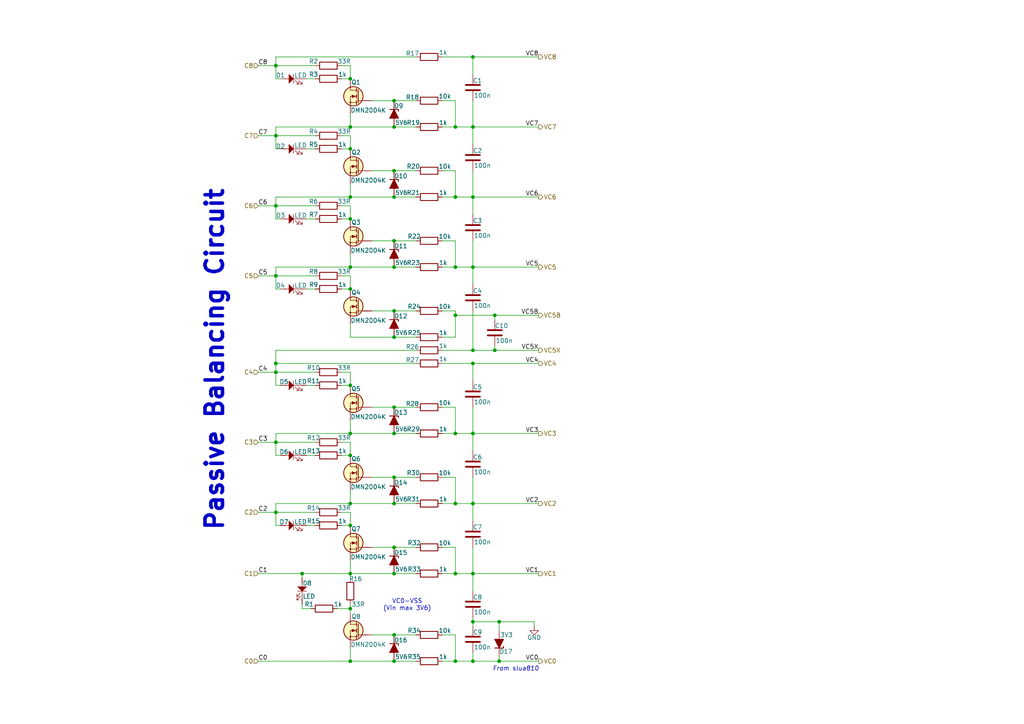
<source format=kicad_sch>
(kicad_sch (version 20250114) (generator "eeschema") (generator_version "9.0")
  (paper "A4")
  (lib_symbols
    (symbol "Device:C" (pin_numbers (hide yes)) (pin_names (offset 0.254))
      (property "Reference" "C" (at 0.635 2.54 0))
      (property "Value" "C" (at 0.635 -2.54 0))
      (symbol "C_0_1"
        (polyline (pts (xy -2.032 0.762) (xy 2.032 0.762)) (stroke (width 0.508)))
        (polyline (pts (xy -2.032 -0.762) (xy 2.032 -0.762)) (stroke (width 0.508)))
      )
      (symbol "C_1_1"
        (pin passive line (at 0 3.81 270) (length 2.794) (name "~") (number "1"))
        (pin passive line (at 0 -3.81 90) (length 2.794) (name "~") (number "2"))
      )
    )
    (symbol "Device:D_Zener_Filled" (pin_numbers (hide yes)) (pin_names (offset 1.016) (hide yes))
      (property "Reference" "D" (at 0 2.54 0))
      (property "Value" "D_Zener_Filled" (at 0 -2.54 0))
      (symbol "D_Zener_Filled_0_1"
        (polyline (pts (xy -1.27 -1.27) (xy -1.27 1.27) (xy -0.762 1.27)) (stroke (width 0.254)))
        (polyline (pts (xy 1.27 0) (xy -1.27 0)))
        (polyline (pts (xy 1.27 -1.27) (xy 1.27 1.27) (xy -1.27 0) (xy 1.27 -1.27)) (stroke (width 0.254)) (fill (type outline)))
      )
      (symbol "D_Zener_Filled_1_1"
        (pin passive line (at -3.81 0 0) (length 2.54) (name "K") (number "1"))
        (pin passive line (at 3.81 0 180) (length 2.54) (name "A") (number "2"))
      )
    )
    (symbol "Device:R" (pin_numbers (hide yes)) (pin_names (offset 0))
      (property "Reference" "R" (at 2.032 0 90))
      (property "Value" "R" (at 0 0 90))
      (symbol "R_0_1"
        (rectangle (start -1.016 -2.54) (end 1.016 2.54) (stroke (width 0.254)))
      )
      (symbol "R_1_1"
        (pin passive line (at 0 3.81 270) (length 1.27) (name "~") (number "1"))
        (pin passive line (at 0 -3.81 90) (length 1.27) (name "~") (number "2"))
      )
    )
    (symbol "PCM_SL_Devices:LED"
      (property "Reference" "D" (at -0.508 5.334 0))
      (property "Value" "LED" (at -0.508 2.794 0))
      (symbol "LED_0_1"
        (polyline (pts (xy -1.27 0) (xy -2.54 0)))
        (polyline (pts (xy 0 1.27) (xy 0 -1.27)))
        (polyline (pts (xy 0 0) (xy -1.27 -1.27) (xy -1.27 1.27) (xy 0 0) (xy 1.27 0)) (fill (type outline)))
        (polyline (pts (xy 0.508 0.508) (xy 1.524 1.524)))
        (polyline (pts (xy 1.27 0) (xy 2.54 0)))
        (polyline (pts (xy 1.524 1.524) (xy 0.889 1.524)))
        (polyline (pts (xy 1.524 1.524) (xy 1.524 0.889)))
        (polyline (pts (xy 1.524 0.508) (xy 2.54 1.524)))
        (polyline (pts (xy 2.54 1.524) (xy 1.905 1.524)))
        (polyline (pts (xy 2.54 1.524) (xy 2.54 0.889)))
      )
      (symbol "LED_1_1"
        (pin passive line (at -3.81 0 0) (length 1.5) (name "") (number "2"))
        (pin passive line (at 3.81 0 180) (length 1.5) (name "~") (number "1"))
      )
    )
    (symbol "PCM_Transistor_MOSFET_AKL:DMN2004K" (pin_numbers (hide yes)) (pin_names (hide yes))
      (property "Reference" "Q" (at 5.08 1.27 0))
      (property "Value" "DMN2004K" (at 5.08 -1.27 0))
      (symbol "DMN2004K_0_1"
        (polyline (pts (xy 0.254 1.905) (xy 0.254 -1.905)) (stroke (width 0.254)))
        (polyline (pts (xy 0.254 -1.27) (xy -2.54 -1.27)))
        (polyline (pts (xy 0.762 2.286) (xy 0.762 1.27)) (stroke (width 0.254)))
        (polyline (pts (xy 0.762 0.508) (xy 0.762 -0.508)) (stroke (width 0.254)))
        (polyline (pts (xy 0.762 -1.27) (xy 0.762 -2.286)) (stroke (width 0.254)))
        (polyline (pts (xy 0.762 -1.778) (xy 2.54 -1.778)))
        (polyline (pts (xy 1.016 0) (xy 2.032 0.381) (xy 2.032 -0.381) (xy 1.016 0)) (fill (type outline)))
        (circle (center 1.651 0) (radius 2.794) (stroke (width 0.254)) (fill (type background)))
        (polyline (pts (xy 2.54 2.54) (xy 2.54 1.778)))
        (polyline (pts (xy 2.54 1.778) (xy 0.762 1.778)))
        (circle (center 2.54 -1.778) (radius 0.1778) (fill (type outline)))
        (polyline (pts (xy 2.54 -2.54) (xy 2.54 0) (xy 0.762 0)))
      )
      (symbol "DMN2004K_1_1"
        (pin input line (at -3.81 -1.27 0) (length 2.54) (name "G") (number "1"))
        (pin passive line (at 2.54 5.08 270) (length 2.54) (name "D") (number "3"))
        (pin passive line (at 2.54 -5.08 90) (length 2.54) (name "S") (number "2"))
      )
    )
    (symbol "power:GND" (power) (pin_numbers (hide yes)) (pin_names (offset 0) (hide yes))
      (property "Value" "GND" (at 0 -3.81 0))
      (symbol "GND_0_1"
        (polyline (pts (xy 0 0) (xy 0 -1.27) (xy 1.27 -1.27) (xy 0 -2.54) (xy -1.27 -1.27) (xy 0 -1.27)))
      )
      (symbol "GND_1_1"
        (pin power_in line (at 0 0 270) (length 0) (name "~") (number "1"))
      )
    )
  )
  (text "Passive Balancing Circuit" (at 62.23 104.394 90) (effects (font (size 5.08 5.08) (thickness 1.016) (bold yes))))
  (text "From slua810" (at 149.606 194.056 0) (effects (font (size 1.27 1.27) (italic yes))))
  (text "VC0-VSS\n(Vin max 3V6)" (at 118.11 175.514 0) (effects (font (size 1.27 1.27))))
  (junction (at 132.08 125.73))
  (junction (at 80.01 39.37))
  (junction (at 101.6 43.18))
  (junction (at 114.3 138.43))
  (junction (at 101.6 146.05))
  (junction (at 132.08 91.44))
  (junction (at 114.3 49.53))
  (junction (at 132.08 146.05))
  (junction (at 144.78 180.34))
  (junction (at 114.3 69.85))
  (junction (at 80.01 19.05))
  (junction (at 137.16 77.47))
  (junction (at 114.3 90.17))
  (junction (at 114.3 166.37))
  (junction (at 132.08 77.47))
  (junction (at 101.6 57.15))
  (junction (at 137.16 16.51))
  (junction (at 114.3 97.79))
  (junction (at 132.08 166.37))
  (junction (at 114.3 184.15))
  (junction (at 114.3 125.73))
  (junction (at 143.51 91.44))
  (junction (at 114.3 146.05))
  (junction (at 87.63 166.37))
  (junction (at 114.3 77.47))
  (junction (at 114.3 158.75))
  (junction (at 132.08 36.83))
  (junction (at 137.16 191.77))
  (junction (at 101.6 191.77))
  (junction (at 137.16 105.41))
  (junction (at 80.01 107.95))
  (junction (at 137.16 180.34))
  (junction (at 114.3 191.77))
  (junction (at 137.16 166.37))
  (junction (at 114.3 29.21))
  (junction (at 114.3 57.15))
  (junction (at 101.6 152.4))
  (junction (at 80.01 80.01))
  (junction (at 144.78 191.77))
  (junction (at 80.01 59.69))
  (junction (at 137.16 125.73))
  (junction (at 132.08 191.77))
  (junction (at 114.3 36.83))
  (junction (at 101.6 63.5))
  (junction (at 80.01 148.59))
  (junction (at 137.16 101.6))
  (junction (at 101.6 166.37))
  (junction (at 101.6 22.86))
  (junction (at 101.6 36.83))
  (junction (at 101.6 77.47))
  (junction (at 101.6 111.76))
  (junction (at 101.6 83.82))
  (junction (at 101.6 125.73))
  (junction (at 143.51 101.6))
  (junction (at 101.6 132.08))
  (junction (at 114.3 118.11))
  (junction (at 80.01 105.41))
  (junction (at 132.08 57.15))
  (junction (at 137.16 57.15))
  (junction (at 101.6 176.53))
  (junction (at 137.16 146.05))
  (junction (at 137.16 36.83))
  (junction (at 80.01 128.27))
  (wire (pts (xy 107.95 138.43) (xy 114.3 138.43)))
  (wire (pts (xy 128.27 184.15) (xy 132.08 184.15)))
  (wire (pts (xy 88.9 22.86) (xy 91.44 22.86)))
  (wire (pts (xy 128.27 138.43) (xy 132.08 138.43)))
  (wire (pts (xy 80.01 105.41) (xy 120.65 105.41)))
  (wire (pts (xy 80.01 152.4) (xy 80.01 148.59)))
  (wire (pts (xy 114.3 146.05) (xy 120.65 146.05)))
  (wire (pts (xy 107.95 184.15) (xy 114.3 184.15)))
  (wire (pts (xy 144.78 180.34) (xy 154.94 180.34)))
  (wire (pts (xy 137.16 171.45) (xy 137.16 166.37)))
  (wire (pts (xy 132.08 166.37) (xy 137.16 166.37)))
  (wire (pts (xy 128.27 105.41) (xy 137.16 105.41)))
  (wire (pts (xy 81.28 152.4) (xy 80.01 152.4)))
  (wire (pts (xy 101.6 125.73) (xy 114.3 125.73)))
  (wire (pts (xy 132.08 77.47) (xy 137.16 77.47)))
  (wire (pts (xy 132.08 36.83) (xy 137.16 36.83)))
  (wire (pts (xy 101.6 187.96) (xy 101.6 191.77)))
  (wire (pts (xy 101.6 93.98) (xy 101.6 97.79)))
  (wire (pts (xy 101.6 53.34) (xy 101.6 57.15)))
  (wire (pts (xy 87.63 166.37) (xy 101.6 166.37)))
  (wire (pts (xy 132.08 125.73) (xy 137.16 125.73)))
  (wire (pts (xy 128.27 101.6) (xy 137.16 101.6)))
  (wire (pts (xy 137.16 158.75) (xy 137.16 166.37)))
  (wire (pts (xy 80.01 77.47) (xy 80.01 80.01)))
  (wire (pts (xy 101.6 166.37) (xy 114.3 166.37)))
  (wire (pts (xy 137.16 21.59) (xy 137.16 16.51)))
  (wire (pts (xy 107.95 118.11) (xy 114.3 118.11)))
  (wire (pts (xy 101.6 57.15) (xy 80.01 57.15)))
  (wire (pts (xy 114.3 69.85) (xy 120.65 69.85)))
  (wire (pts (xy 107.95 49.53) (xy 114.3 49.53)))
  (wire (pts (xy 99.06 39.37) (xy 101.6 39.37)))
  (wire (pts (xy 128.27 49.53) (xy 132.08 49.53)))
  (wire (pts (xy 114.3 166.37) (xy 120.65 166.37)))
  (wire (pts (xy 143.51 91.44) (xy 156.21 91.44)))
  (wire (pts (xy 143.51 101.6) (xy 156.21 101.6)))
  (wire (pts (xy 80.01 19.05) (xy 91.44 19.05)))
  (wire (pts (xy 137.16 191.77) (xy 137.16 189.23)))
  (wire (pts (xy 114.3 97.79) (xy 120.65 97.79)))
  (wire (pts (xy 154.94 180.34) (xy 154.94 181.61)))
  (wire (pts (xy 137.16 62.23) (xy 137.16 57.15)))
  (wire (pts (xy 137.16 90.17) (xy 137.16 101.6)))
  (wire (pts (xy 99.06 111.76) (xy 101.6 111.76)))
  (wire (pts (xy 101.6 191.77) (xy 114.3 191.77)))
  (wire (pts (xy 80.01 77.47) (xy 101.6 77.47)))
  (wire (pts (xy 80.01 43.18) (xy 80.01 39.37)))
  (wire (pts (xy 87.63 176.53) (xy 90.17 176.53)))
  (wire (pts (xy 128.27 16.51) (xy 137.16 16.51)))
  (wire (pts (xy 128.27 57.15) (xy 132.08 57.15)))
  (wire (pts (xy 137.16 180.34) (xy 144.78 180.34)))
  (wire (pts (xy 101.6 142.24) (xy 101.6 146.05)))
  (wire (pts (xy 80.01 107.95) (xy 91.44 107.95)))
  (wire (pts (xy 88.9 63.5) (xy 91.44 63.5)))
  (wire (pts (xy 137.16 101.6) (xy 143.51 101.6)))
  (wire (pts (xy 99.06 59.69) (xy 101.6 59.69)))
  (wire (pts (xy 74.93 191.77) (xy 101.6 191.77)))
  (wire (pts (xy 81.28 43.18) (xy 80.01 43.18)))
  (wire (pts (xy 132.08 158.75) (xy 132.08 166.37)))
  (wire (pts (xy 128.27 77.47) (xy 132.08 77.47)))
  (wire (pts (xy 99.06 80.01) (xy 101.6 80.01)))
  (wire (pts (xy 101.6 162.56) (xy 101.6 166.37)))
  (wire (pts (xy 101.6 148.59) (xy 101.6 152.4)))
  (wire (pts (xy 132.08 91.44) (xy 132.08 97.79)))
  (wire (pts (xy 114.3 158.75) (xy 120.65 158.75)))
  (wire (pts (xy 101.6 125.73) (xy 80.01 125.73)))
  (wire (pts (xy 107.95 69.85) (xy 114.3 69.85)))
  (wire (pts (xy 101.6 39.37) (xy 101.6 43.18)))
  (wire (pts (xy 114.3 118.11) (xy 120.65 118.11)))
  (wire (pts (xy 137.16 105.41) (xy 137.16 110.49)))
  (wire (pts (xy 128.27 90.17) (xy 132.08 90.17)))
  (wire (pts (xy 144.78 180.34) (xy 144.78 182.88)))
  (wire (pts (xy 137.16 36.83) (xy 156.21 36.83)))
  (wire (pts (xy 137.16 125.73) (xy 156.21 125.73)))
  (wire (pts (xy 137.16 138.43) (xy 137.16 146.05)))
  (wire (pts (xy 99.06 22.86) (xy 101.6 22.86)))
  (wire (pts (xy 101.6 176.53) (xy 101.6 177.8)))
  (wire (pts (xy 137.16 151.13) (xy 137.16 146.05)))
  (wire (pts (xy 128.27 118.11) (xy 132.08 118.11)))
  (wire (pts (xy 74.93 148.59) (xy 80.01 148.59)))
  (wire (pts (xy 128.27 158.75) (xy 132.08 158.75)))
  (wire (pts (xy 137.16 36.83) (xy 137.16 41.91)))
  (wire (pts (xy 87.63 175.26) (xy 87.63 176.53)))
  (wire (pts (xy 97.79 176.53) (xy 101.6 176.53)))
  (wire (pts (xy 80.01 80.01) (xy 91.44 80.01)))
  (wire (pts (xy 101.6 121.92) (xy 101.6 125.73)))
  (wire (pts (xy 114.3 125.73) (xy 120.65 125.73)))
  (wire (pts (xy 128.27 69.85) (xy 132.08 69.85)))
  (wire (pts (xy 87.63 166.37) (xy 87.63 167.64)))
  (wire (pts (xy 114.3 49.53) (xy 120.65 49.53)))
  (wire (pts (xy 81.28 132.08) (xy 80.01 132.08)))
  (wire (pts (xy 143.51 100.33) (xy 143.51 101.6)))
  (wire (pts (xy 99.06 83.82) (xy 101.6 83.82)))
  (wire (pts (xy 137.16 82.55) (xy 137.16 77.47)))
  (wire (pts (xy 101.6 19.05) (xy 101.6 22.86)))
  (wire (pts (xy 80.01 148.59) (xy 91.44 148.59)))
  (wire (pts (xy 107.95 90.17) (xy 114.3 90.17)))
  (wire (pts (xy 137.16 57.15) (xy 156.21 57.15)))
  (wire (pts (xy 132.08 29.21) (xy 132.08 36.83)))
  (wire (pts (xy 101.6 36.83) (xy 114.3 36.83)))
  (wire (pts (xy 99.06 43.18) (xy 101.6 43.18)))
  (wire (pts (xy 99.06 148.59) (xy 101.6 148.59)))
  (wire (pts (xy 137.16 29.21) (xy 137.16 36.83)))
  (wire (pts (xy 114.3 191.77) (xy 120.65 191.77)))
  (wire (pts (xy 143.51 91.44) (xy 143.51 92.71)))
  (wire (pts (xy 128.27 29.21) (xy 132.08 29.21)))
  (wire (pts (xy 80.01 146.05) (xy 80.01 148.59)))
  (wire (pts (xy 128.27 146.05) (xy 132.08 146.05)))
  (wire (pts (xy 88.9 43.18) (xy 91.44 43.18)))
  (wire (pts (xy 101.6 36.83) (xy 80.01 36.83)))
  (wire (pts (xy 80.01 16.51) (xy 120.65 16.51)))
  (wire (pts (xy 101.6 107.95) (xy 101.6 111.76)))
  (wire (pts (xy 74.93 107.95) (xy 80.01 107.95)))
  (wire (pts (xy 128.27 36.83) (xy 132.08 36.83)))
  (wire (pts (xy 80.01 101.6) (xy 80.01 105.41)))
  (wire (pts (xy 74.93 80.01) (xy 80.01 80.01)))
  (wire (pts (xy 80.01 105.41) (xy 80.01 107.95)))
  (wire (pts (xy 128.27 191.77) (xy 132.08 191.77)))
  (wire (pts (xy 107.95 158.75) (xy 114.3 158.75)))
  (wire (pts (xy 99.06 107.95) (xy 101.6 107.95)))
  (wire (pts (xy 132.08 118.11) (xy 132.08 125.73)))
  (wire (pts (xy 101.6 146.05) (xy 114.3 146.05)))
  (wire (pts (xy 137.16 77.47) (xy 156.21 77.47)))
  (wire (pts (xy 101.6 146.05) (xy 80.01 146.05)))
  (wire (pts (xy 137.16 166.37) (xy 156.21 166.37)))
  (wire (pts (xy 74.93 166.37) (xy 87.63 166.37)))
  (wire (pts (xy 74.93 39.37) (xy 80.01 39.37)))
  (wire (pts (xy 80.01 39.37) (xy 91.44 39.37)))
  (wire (pts (xy 114.3 57.15) (xy 120.65 57.15)))
  (wire (pts (xy 137.16 49.53) (xy 137.16 57.15)))
  (wire (pts (xy 99.06 132.08) (xy 101.6 132.08)))
  (wire (pts (xy 132.08 91.44) (xy 143.51 91.44)))
  (wire (pts (xy 128.27 125.73) (xy 132.08 125.73)))
  (wire (pts (xy 144.78 191.77) (xy 156.21 191.77)))
  (wire (pts (xy 128.27 97.79) (xy 132.08 97.79)))
  (wire (pts (xy 137.16 69.85) (xy 137.16 77.47)))
  (wire (pts (xy 80.01 111.76) (xy 80.01 107.95)))
  (wire (pts (xy 80.01 16.51) (xy 80.01 19.05)))
  (wire (pts (xy 137.16 125.73) (xy 137.16 130.81)))
  (wire (pts (xy 80.01 36.83) (xy 80.01 39.37)))
  (wire (pts (xy 99.06 19.05) (xy 101.6 19.05)))
  (wire (pts (xy 128.27 166.37) (xy 132.08 166.37)))
  (wire (pts (xy 132.08 57.15) (xy 137.16 57.15)))
  (wire (pts (xy 132.08 191.77) (xy 137.16 191.77)))
  (wire (pts (xy 137.16 118.11) (xy 137.16 125.73)))
  (wire (pts (xy 107.95 29.21) (xy 114.3 29.21)))
  (wire (pts (xy 114.3 36.83) (xy 120.65 36.83)))
  (wire (pts (xy 101.6 59.69) (xy 101.6 63.5)))
  (wire (pts (xy 80.01 63.5) (xy 80.01 59.69)))
  (wire (pts (xy 99.06 128.27) (xy 101.6 128.27)))
  (wire (pts (xy 114.3 90.17) (xy 120.65 90.17)))
  (wire (pts (xy 101.6 33.02) (xy 101.6 36.83)))
  (wire (pts (xy 120.65 101.6) (xy 80.01 101.6)))
  (wire (pts (xy 81.28 111.76) (xy 80.01 111.76)))
  (wire (pts (xy 88.9 132.08) (xy 91.44 132.08)))
  (wire (pts (xy 81.28 63.5) (xy 80.01 63.5)))
  (wire (pts (xy 80.01 125.73) (xy 80.01 128.27)))
  (wire (pts (xy 80.01 132.08) (xy 80.01 128.27)))
  (wire (pts (xy 88.9 83.82) (xy 91.44 83.82)))
  (wire (pts (xy 99.06 63.5) (xy 101.6 63.5)))
  (wire (pts (xy 114.3 138.43) (xy 120.65 138.43)))
  (wire (pts (xy 101.6 57.15) (xy 114.3 57.15)))
  (wire (pts (xy 144.78 190.5) (xy 144.78 191.77)))
  (wire (pts (xy 114.3 184.15) (xy 120.65 184.15)))
  (wire (pts (xy 114.3 29.21) (xy 120.65 29.21)))
  (wire (pts (xy 80.01 59.69) (xy 91.44 59.69)))
  (wire (pts (xy 132.08 138.43) (xy 132.08 146.05)))
  (wire (pts (xy 132.08 184.15) (xy 132.08 191.77)))
  (wire (pts (xy 132.08 90.17) (xy 132.08 91.44)))
  (wire (pts (xy 132.08 49.53) (xy 132.08 57.15)))
  (wire (pts (xy 80.01 83.82) (xy 80.01 80.01)))
  (wire (pts (xy 137.16 105.41) (xy 156.21 105.41)))
  (wire (pts (xy 137.16 180.34) (xy 137.16 181.61)))
  (wire (pts (xy 101.6 77.47) (xy 114.3 77.47)))
  (wire (pts (xy 137.16 16.51) (xy 156.21 16.51)))
  (wire (pts (xy 74.93 128.27) (xy 80.01 128.27)))
  (wire (pts (xy 99.06 152.4) (xy 101.6 152.4)))
  (wire (pts (xy 137.16 191.77) (xy 144.78 191.77)))
  (wire (pts (xy 80.01 128.27) (xy 91.44 128.27)))
  (wire (pts (xy 114.3 77.47) (xy 120.65 77.47)))
  (wire (pts (xy 101.6 73.66) (xy 101.6 77.47)))
  (wire (pts (xy 137.16 179.07) (xy 137.16 180.34)))
  (wire (pts (xy 81.28 83.82) (xy 80.01 83.82)))
  (wire (pts (xy 101.6 97.79) (xy 114.3 97.79)))
  (wire (pts (xy 81.28 22.86) (xy 80.01 22.86)))
  (wire (pts (xy 132.08 69.85) (xy 132.08 77.47)))
  (wire (pts (xy 137.16 146.05) (xy 156.21 146.05)))
  (wire (pts (xy 101.6 128.27) (xy 101.6 132.08)))
  (wire (pts (xy 80.01 22.86) (xy 80.01 19.05)))
  (wire (pts (xy 80.01 57.15) (xy 80.01 59.69)))
  (wire (pts (xy 88.9 111.76) (xy 91.44 111.76)))
  (wire (pts (xy 101.6 175.26) (xy 101.6 176.53)))
  (wire (pts (xy 101.6 166.37) (xy 101.6 167.64)))
  (wire (pts (xy 74.93 19.05) (xy 80.01 19.05)))
  (wire (pts (xy 101.6 80.01) (xy 101.6 83.82)))
  (wire (pts (xy 88.9 152.4) (xy 91.44 152.4)))
  (wire (pts (xy 132.08 146.05) (xy 137.16 146.05)))
  (wire (pts (xy 74.93 59.69) (xy 80.01 59.69)))
  (label "C2" (at 74.93 148.59 0))
  (label "VC6" (at 156.21 57.15 180))
  (label "C3" (at 74.93 128.27 0))
  (label "VC4" (at 156.21 105.41 180))
  (label "C0" (at 74.93 191.77 0))
  (label "C8" (at 74.93 19.05 0))
  (label "C1" (at 74.93 166.37 0))
  (label "C6" (at 74.93 59.69 0))
  (label "C5" (at 74.93 80.01 0))
  (label "VC1" (at 156.21 166.37 180))
  (label "VC8" (at 156.21 16.51 180))
  (label "VC7" (at 156.21 36.83 180))
  (label "VC5X" (at 156.21 101.6 180))
  (label "C4" (at 74.93 107.95 0))
  (label "VC5B" (at 156.21 91.44 180))
  (label "VC2" (at 156.21 146.05 180))
  (label "VC3" (at 156.21 125.73 180))
  (label "VC0" (at 156.21 191.77 180))
  (label "VC5" (at 156.21 77.47 180))
  (label "C7" (at 74.93 39.37 0))
  (hierarchical_label "C2" (shape input) (at 74.93 148.59 180))
  (hierarchical_label "VC3" (shape output) (at 156.21 125.73 0))
  (hierarchical_label "VC2" (shape output) (at 156.21 146.05 0))
  (hierarchical_label "VC5X" (shape output) (at 156.21 101.6 0))
  (hierarchical_label "VC7" (shape output) (at 156.21 36.83 0))
  (hierarchical_label "VC1" (shape output) (at 156.21 166.37 0))
  (hierarchical_label "C1" (shape input) (at 74.93 166.37 180))
  (hierarchical_label "VC4" (shape output) (at 156.21 105.41 0))
  (hierarchical_label "VC6" (shape output) (at 156.21 57.15 0))
  (hierarchical_label "VC0" (shape output) (at 156.21 191.77 0))
  (hierarchical_label "C6" (shape input) (at 74.93 59.69 180))
  (hierarchical_label "VC5" (shape output) (at 156.21 77.47 0))
  (hierarchical_label "C7" (shape input) (at 74.93 39.37 180))
  (hierarchical_label "C3" (shape input) (at 74.93 128.27 180))
  (hierarchical_label "C8" (shape input) (at 74.93 19.05 180))
  (hierarchical_label "VC5B" (shape output) (at 156.21 91.44 0))
  (hierarchical_label "C5" (shape input) (at 74.93 80.01 180))
  (hierarchical_label "C0" (shape input) (at 74.93 191.77 180))
  (hierarchical_label "C4" (shape input) (at 74.93 107.95 180))
  (hierarchical_label "VC8" (shape output) (at 156.21 16.51 0))
  (symbol (lib_id "Device:R") (at 95.25 19.05 90) (unit 1)
    (property "Reference" "R2" (at 90.932 17.78 90))
    (property "Value" "33R" (at 99.822 17.78 90))
    (property "Description" "Resistor" (effects (hide yes)))
  )
  (symbol (lib_id "PCM_SL_Devices:LED") (at 85.09 22.86 0) (mirror x) (unit 1)
    (property "Reference" "D1" (at 80.01 21.844 0) (effects (justify left)))
    (property "Value" "LED" (at 85.344 21.844 0) (effects (justify left)))
    (property "Footprint" "PCM_Diode_SMD_AKL:D_0805_2012Metric" (effects (hide yes)))
    (property "Description" "Common 5mm diameter LED" (effects (hide yes)))
  )
  (symbol (lib_id "Device:R") (at 124.46 36.83 90) (unit 1)
    (property "Reference" "R19" (at 119.888 35.56 90))
    (property "Value" "1k" (at 128.524 35.56 90))
    (property "Description" "Resistor" (effects (hide yes)))
  )
  (symbol (lib_id "PCM_Transistor_MOSFET_AKL:DMN2004K") (at 104.14 48.26 0) (mirror y) (unit 1)
    (property "Reference" "Q2" (at 104.648 44.196 0) (effects (justify left)))
    (property "Value" "DMN2004K" (at 112.014 52.324 0) (effects (justify left)))
    (property "Footprint" "PCM_Package_TO_SOT_SMD_AKL:SOT-23" (effects (hide yes)))
    (property "Datasheet" "https://www.tme.eu/Document/071583454e2389f21bf133ca1ab4c9a3/DMN2004K.pdf" (effects (hide yes)))
    (property "Description" "SOT-23 N-MOSFET enchancement mode transistor, 20V, 630mA, 350mW, Alternate KiCAD Library" (effects (hide yes)))
  )
  (symbol (lib_id "Device:D_Zener_Filled") (at 144.78 186.69 270) (mirror x) (unit 1)
    (property "Reference" "D17" (at 144.78 188.976 90) (effects (justify left)))
    (property "Value" "3V3" (at 145.034 184.15 90) (effects (justify left)))
    (property "Description" "Zener diode, filled shape" (effects (hide yes)))
  )
  (symbol (lib_id "Device:R") (at 124.46 184.15 90) (unit 1)
    (property "Reference" "R34" (at 120.142 182.88 90))
    (property "Value" "10k" (at 129.032 182.88 90))
    (property "Description" "Resistor" (effects (hide yes)))
  )
  (symbol (lib_id "Device:R") (at 95.25 22.86 90) (unit 1)
    (property "Reference" "R3" (at 90.932 21.59 90))
    (property "Value" "1k" (at 99.314 21.59 90))
    (property "Description" "Resistor" (effects (hide yes)))
  )
  (symbol (lib_id "Device:R") (at 124.46 138.43 90) (unit 1)
    (property "Reference" "R30" (at 119.888 137.16 90))
    (property "Value" "10k" (at 129.032 137.16 90))
    (property "Description" "Resistor" (effects (hide yes)))
  )
  (symbol (lib_id "Device:D_Zener_Filled") (at 114.3 53.34 270) (unit 1)
    (property "Reference" "D10" (at 114.3 51.054 90) (effects (justify left)))
    (property "Value" "5V6" (at 114.554 55.88 90) (effects (justify left)))
    (property "Description" "Zener diode, filled shape" (effects (hide yes)))
  )
  (symbol (lib_id "Device:D_Zener_Filled") (at 114.3 93.98 270) (unit 1)
    (property "Reference" "D12" (at 114.3 91.694 90) (effects (justify left)))
    (property "Value" "5V6" (at 114.554 96.52 90) (effects (justify left)))
    (property "Description" "Zener diode, filled shape" (effects (hide yes)))
  )
  (symbol (lib_id "Device:R") (at 95.25 132.08 90) (unit 1)
    (property "Reference" "R13" (at 90.932 130.81 90))
    (property "Value" "1k" (at 99.314 130.81 90))
    (property "Description" "Resistor" (effects (hide yes)))
  )
  (symbol (lib_id "Device:R") (at 124.46 101.6 90) (unit 1)
    (property "Reference" "R26" (at 119.634 100.584 90))
    (property "Value" "1k" (at 128.524 100.33 90))
    (property "Description" "Resistor" (effects (hide yes)))
  )
  (symbol (lib_id "Device:R") (at 95.25 63.5 90) (unit 1)
    (property "Reference" "R7" (at 90.932 62.23 90))
    (property "Value" "1k" (at 99.314 62.23 90))
    (property "Description" "Resistor" (effects (hide yes)))
  )
  (symbol (lib_id "PCM_Transistor_MOSFET_AKL:DMN2004K") (at 104.14 157.48 0) (mirror y) (unit 1)
    (property "Reference" "Q7" (at 104.648 153.416 0) (effects (justify left)))
    (property "Value" "DMN2004K" (at 112.014 161.544 0) (effects (justify left)))
    (property "Footprint" "PCM_Package_TO_SOT_SMD_AKL:SOT-23" (effects (hide yes)))
    (property "Datasheet" "https://www.tme.eu/Document/071583454e2389f21bf133ca1ab4c9a3/DMN2004K.pdf" (effects (hide yes)))
    (property "Description" "SOT-23 N-MOSFET enchancement mode transistor, 20V, 630mA, 350mW, Alternate KiCAD Library" (effects (hide yes)))
  )
  (symbol (lib_id "Device:R") (at 95.25 111.76 90) (unit 1)
    (property "Reference" "R11" (at 90.932 110.49 90))
    (property "Value" "1k" (at 99.314 110.49 90))
    (property "Description" "Resistor" (effects (hide yes)))
  )
  (symbol (lib_id "PCM_Transistor_MOSFET_AKL:DMN2004K") (at 104.14 27.94 0) (mirror y) (unit 1)
    (property "Reference" "Q1" (at 104.648 23.876 0) (effects (justify left)))
    (property "Value" "DMN2004K" (at 112.014 32.004 0) (effects (justify left)))
    (property "Footprint" "PCM_Package_TO_SOT_SMD_AKL:SOT-23" (effects (hide yes)))
    (property "Datasheet" "https://www.tme.eu/Document/071583454e2389f21bf133ca1ab4c9a3/DMN2004K.pdf" (effects (hide yes)))
    (property "Description" "SOT-23 N-MOSFET enchancement mode transistor, 20V, 630mA, 350mW, Alternate KiCAD Library" (effects (hide yes)))
  )
  (symbol (lib_id "PCM_SL_Devices:LED") (at 85.09 43.18 0) (mirror x) (unit 1)
    (property "Reference" "D2" (at 80.01 42.418 0) (effects (justify left)))
    (property "Value" "LED" (at 85.344 42.164 0) (effects (justify left)))
    (property "Footprint" "PCM_Diode_SMD_AKL:D_0805_2012Metric" (effects (hide yes)))
    (property "Description" "Common 5mm diameter LED" (effects (hide yes)))
  )
  (symbol (lib_id "Device:R") (at 124.46 77.47 90) (unit 1)
    (property "Reference" "R23" (at 119.888 76.2 90))
    (property "Value" "1k" (at 128.524 76.2 90))
    (property "Description" "Resistor" (effects (hide yes)))
  )
  (symbol (lib_id "PCM_SL_Devices:LED") (at 85.09 132.08 0) (mirror x) (unit 1)
    (property "Reference" "D6" (at 81.026 131.064 0) (effects (justify left)))
    (property "Value" "LED" (at 85.344 131.064 0) (effects (justify left)))
    (property "Footprint" "PCM_Diode_SMD_AKL:D_0805_2012Metric" (effects (hide yes)))
    (property "Description" "Common 5mm diameter LED" (effects (hide yes)))
  )
  (symbol (lib_id "Device:C") (at 137.16 25.4 0) (unit 1)
    (property "Reference" "C1" (at 137.16 23.368 0) (effects (justify left)))
    (property "Value" "100n" (at 137.414 27.686 0) (effects (justify left)))
    (property "Description" "Unpolarized capacitor" (effects (hide yes)))
  )
  (symbol (lib_id "Device:R") (at 124.46 57.15 90) (unit 1)
    (property "Reference" "R21" (at 119.888 55.88 90))
    (property "Value" "1k" (at 128.524 55.88 90))
    (property "Description" "Resistor" (effects (hide yes)))
  )
  (symbol (lib_id "Device:R") (at 124.46 166.37 90) (unit 1)
    (property "Reference" "R33" (at 120.142 165.1 90))
    (property "Value" "1k" (at 128.524 165.1 90))
    (property "Description" "Resistor" (effects (hide yes)))
  )
  (symbol (lib_id "Device:R") (at 124.46 29.21 90) (unit 1)
    (property "Reference" "R18" (at 119.634 28.194 90))
    (property "Value" "10k" (at 129.032 27.94 90))
    (property "Description" "Resistor" (effects (hide yes)))
  )
  (symbol (lib_id "Device:R") (at 95.25 128.27 90) (unit 1)
    (property "Reference" "R12" (at 90.932 127 90))
    (property "Value" "33R" (at 99.822 127 90))
    (property "Description" "Resistor" (effects (hide yes)))
  )
  (symbol (lib_id "PCM_SL_Devices:LED") (at 85.09 152.4 0) (mirror x) (unit 1)
    (property "Reference" "D7" (at 81.026 151.384 0) (effects (justify left)))
    (property "Value" "LED" (at 85.344 151.384 0) (effects (justify left)))
    (property "Footprint" "PCM_Diode_SMD_AKL:D_0805_2012Metric" (effects (hide yes)))
    (property "Description" "Common 5mm diameter LED" (effects (hide yes)))
  )
  (symbol (lib_id "Device:R") (at 124.46 90.17 90) (unit 1)
    (property "Reference" "R24" (at 120.142 88.9 90))
    (property "Value" "10k" (at 129.032 88.9 90))
    (property "Description" "Resistor" (effects (hide yes)))
  )
  (symbol (lib_id "Device:R") (at 124.46 49.53 90) (unit 1)
    (property "Reference" "R20" (at 119.888 48.26 90))
    (property "Value" "10k" (at 129.032 48.26 90))
    (property "Description" "Resistor" (effects (hide yes)))
  )
  (symbol (lib_id "PCM_SL_Devices:LED") (at 85.09 63.5 0) (mirror x) (unit 1)
    (property "Reference" "D3" (at 80.01 62.484 0) (effects (justify left)))
    (property "Value" "LED" (at 85.344 62.484 0) (effects (justify left)))
    (property "Footprint" "PCM_Diode_SMD_AKL:D_0805_2012Metric" (effects (hide yes)))
    (property "Description" "Common 5mm diameter LED" (effects (hide yes)))
  )
  (symbol (lib_id "Device:R") (at 124.46 118.11 90) (unit 1)
    (property "Reference" "R28" (at 119.634 117.094 90))
    (property "Value" "10k" (at 129.032 116.84 90))
    (property "Description" "Resistor" (effects (hide yes)))
  )
  (symbol (lib_id "Device:D_Zener_Filled") (at 114.3 187.96 270) (unit 1)
    (property "Reference" "D16" (at 114.3 185.674 90) (effects (justify left)))
    (property "Value" "5V6" (at 114.554 190.5 90) (effects (justify left)))
    (property "Description" "Zener diode, filled shape" (effects (hide yes)))
  )
  (symbol (lib_id "Device:R") (at 124.46 97.79 90) (unit 1)
    (property "Reference" "R25" (at 120.142 96.52 90))
    (property "Value" "1k" (at 128.524 96.52 90))
    (property "Description" "Resistor" (effects (hide yes)))
  )
  (symbol (lib_id "PCM_Transistor_MOSFET_AKL:DMN2004K") (at 104.14 182.88 0) (mirror y) (unit 1)
    (property "Reference" "Q8" (at 104.648 178.816 0) (effects (justify left)))
    (property "Value" "DMN2004K" (at 112.014 186.944 0) (effects (justify left)))
    (property "Footprint" "PCM_Package_TO_SOT_SMD_AKL:SOT-23" (effects (hide yes)))
    (property "Datasheet" "https://www.tme.eu/Document/071583454e2389f21bf133ca1ab4c9a3/DMN2004K.pdf" (effects (hide yes)))
    (property "Description" "SOT-23 N-MOSFET enchancement mode transistor, 20V, 630mA, 350mW, Alternate KiCAD Library" (effects (hide yes)))
  )
  (symbol (lib_id "Device:D_Zener_Filled") (at 114.3 142.24 270) (unit 1)
    (property "Reference" "D14" (at 114.3 139.954 90) (effects (justify left)))
    (property "Value" "5V6" (at 114.554 144.78 90) (effects (justify left)))
    (property "Description" "Zener diode, filled shape" (effects (hide yes)))
  )
  (symbol (lib_id "Device:R") (at 124.46 125.73 90) (unit 1)
    (property "Reference" "R29" (at 119.888 124.46 90))
    (property "Value" "1k" (at 128.524 124.46 90))
    (property "Description" "Resistor" (effects (hide yes)))
  )
  (symbol (lib_id "power:GND") (at 154.94 181.61 0) (unit 1)
    (property "Reference" "#PWR01" (effects (hide yes)))
    (property "Value" "GND" (at 156.972 184.912 0) (effects (justify right)))
    (property "Description" "Power symbol creates a global label with name \"GND\" , ground" (effects (hide yes)))
  )
  (symbol (lib_id "Device:R") (at 95.25 80.01 90) (unit 1)
    (property "Reference" "R8" (at 90.932 78.74 90))
    (property "Value" "33R" (at 99.822 78.74 90))
    (property "Description" "Resistor" (effects (hide yes)))
  )
  (symbol (lib_id "Device:C") (at 137.16 114.3 0) (unit 1)
    (property "Reference" "C5" (at 137.16 112.268 0) (effects (justify left)))
    (property "Value" "100n" (at 137.414 116.586 0) (effects (justify left)))
    (property "Description" "Unpolarized capacitor" (effects (hide yes)))
  )
  (symbol (lib_id "Device:C") (at 137.16 175.26 0) (unit 1)
    (property "Reference" "C8" (at 137.16 173.228 0) (effects (justify left)))
    (property "Value" "100n" (at 137.414 177.546 0) (effects (justify left)))
    (property "Description" "Unpolarized capacitor" (effects (hide yes)))
  )
  (symbol (lib_id "Device:R") (at 95.25 59.69 90) (unit 1)
    (property "Reference" "R6" (at 90.932 58.42 90))
    (property "Value" "33R" (at 99.822 58.42 90))
    (property "Description" "Resistor" (effects (hide yes)))
  )
  (symbol (lib_id "Device:D_Zener_Filled") (at 114.3 33.02 270) (unit 1)
    (property "Reference" "D9" (at 114.3 30.734 90) (effects (justify left)))
    (property "Value" "5V6" (at 114.554 35.56 90) (effects (justify left)))
    (property "Description" "Zener diode, filled shape" (effects (hide yes)))
  )
  (symbol (lib_id "Device:R") (at 93.98 176.53 90) (unit 1)
    (property "Reference" "R1" (at 89.662 175.26 90))
    (property "Value" "1k" (at 98.044 175.26 90))
    (property "Description" "Resistor" (effects (hide yes)))
  )
  (symbol (lib_id "Device:R") (at 95.25 43.18 90) (unit 1)
    (property "Reference" "R5" (at 90.932 41.91 90))
    (property "Value" "1k" (at 99.314 41.91 90))
    (property "Description" "Resistor" (effects (hide yes)))
  )
  (symbol (lib_id "Device:R") (at 95.25 148.59 90) (unit 1)
    (property "Reference" "R14" (at 90.932 147.32 90))
    (property "Value" "33R" (at 99.822 147.32 90))
    (property "Description" "Resistor" (effects (hide yes)))
  )
  (symbol (lib_id "PCM_SL_Devices:LED") (at 85.09 111.76 0) (mirror x) (unit 1)
    (property "Reference" "D5" (at 81.026 110.744 0) (effects (justify left)))
    (property "Value" "LED" (at 85.344 110.744 0) (effects (justify left)))
    (property "Footprint" "PCM_Diode_SMD_AKL:D_0805_2012Metric" (effects (hide yes)))
    (property "Description" "Common 5mm diameter LED" (effects (hide yes)))
  )
  (symbol (lib_id "PCM_Transistor_MOSFET_AKL:DMN2004K") (at 104.14 116.84 0) (mirror y) (unit 1)
    (property "Reference" "Q5" (at 104.648 112.776 0) (effects (justify left)))
    (property "Value" "DMN2004K" (at 112.014 120.904 0) (effects (justify left)))
    (property "Footprint" "PCM_Package_TO_SOT_SMD_AKL:SOT-23" (effects (hide yes)))
    (property "Datasheet" "https://www.tme.eu/Document/071583454e2389f21bf133ca1ab4c9a3/DMN2004K.pdf" (effects (hide yes)))
    (property "Description" "SOT-23 N-MOSFET enchancement mode transistor, 20V, 630mA, 350mW, Alternate KiCAD Library" (effects (hide yes)))
  )
  (symbol (lib_id "Device:R") (at 124.46 158.75 90) (unit 1)
    (property "Reference" "R32" (at 120.142 157.48 90))
    (property "Value" "10k" (at 129.032 157.48 90))
    (property "Description" "Resistor" (effects (hide yes)))
  )
  (symbol (lib_id "PCM_Transistor_MOSFET_AKL:DMN2004K") (at 104.14 88.9 0) (mirror y) (unit 1)
    (property "Reference" "Q4" (at 104.648 84.836 0) (effects (justify left)))
    (property "Value" "DMN2004K" (at 112.014 92.964 0) (effects (justify left)))
    (property "Footprint" "PCM_Package_TO_SOT_SMD_AKL:SOT-23" (effects (hide yes)))
    (property "Datasheet" "https://www.tme.eu/Document/071583454e2389f21bf133ca1ab4c9a3/DMN2004K.pdf" (effects (hide yes)))
    (property "Description" "SOT-23 N-MOSFET enchancement mode transistor, 20V, 630mA, 350mW, Alternate KiCAD Library" (effects (hide yes)))
  )
  (symbol (lib_id "Device:D_Zener_Filled") (at 114.3 162.56 270) (unit 1)
    (property "Reference" "D15" (at 114.3 160.274 90) (effects (justify left)))
    (property "Value" "5V6" (at 114.554 165.1 90) (effects (justify left)))
    (property "Description" "Zener diode, filled shape" (effects (hide yes)))
  )
  (symbol (lib_id "PCM_SL_Devices:LED") (at 87.63 171.45 90) (mirror x) (unit 1)
    (property "Reference" "D8" (at 90.424 169.164 90) (effects (justify left)))
    (property "Value" "LED" (at 91.44 172.974 90) (effects (justify left)))
    (property "Footprint" "PCM_Diode_SMD_AKL:D_0805_2012Metric" (effects (hide yes)))
    (property "Description" "Common 5mm diameter LED" (effects (hide yes)))
  )
  (symbol (lib_id "Device:D_Zener_Filled") (at 114.3 73.66 270) (unit 1)
    (property "Reference" "D11" (at 114.3 71.374 90) (effects (justify left)))
    (property "Value" "5V6" (at 114.554 76.2 90) (effects (justify left)))
    (property "Description" "Zener diode, filled shape" (effects (hide yes)))
  )
  (symbol (lib_id "Device:C") (at 137.16 154.94 0) (unit 1)
    (property "Reference" "C7" (at 137.16 152.908 0) (effects (justify left)))
    (property "Value" "100n" (at 137.414 157.226 0) (effects (justify left)))
    (property "Description" "Unpolarized capacitor" (effects (hide yes)))
  )
  (symbol (lib_id "Device:R") (at 124.46 105.41 90) (unit 1)
    (property "Reference" "R27" (at 119.634 104.394 90))
    (property "Value" "1k" (at 128.524 104.14 90))
    (property "Description" "Resistor" (effects (hide yes)))
  )
  (symbol (lib_id "Device:R") (at 124.46 69.85 90) (unit 1)
    (property "Reference" "R22" (at 120.142 68.58 90))
    (property "Value" "10k" (at 129.032 68.58 90))
    (property "Description" "Resistor" (effects (hide yes)))
  )
  (symbol (lib_id "PCM_Transistor_MOSFET_AKL:DMN2004K") (at 104.14 68.58 0) (mirror y) (unit 1)
    (property "Reference" "Q3" (at 104.648 64.516 0) (effects (justify left)))
    (property "Value" "DMN2004K" (at 112.014 72.644 0) (effects (justify left)))
    (property "Footprint" "PCM_Package_TO_SOT_SMD_AKL:SOT-23" (effects (hide yes)))
    (property "Datasheet" "https://www.tme.eu/Document/071583454e2389f21bf133ca1ab4c9a3/DMN2004K.pdf" (effects (hide yes)))
    (property "Description" "SOT-23 N-MOSFET enchancement mode transistor, 20V, 630mA, 350mW, Alternate KiCAD Library" (effects (hide yes)))
  )
  (symbol (lib_id "Device:C") (at 143.51 96.52 0) (unit 1)
    (property "Reference" "C10" (at 143.51 94.488 0) (effects (justify left)))
    (property "Value" "100n" (at 143.764 98.806 0) (effects (justify left)))
    (property "Description" "Unpolarized capacitor" (effects (hide yes)))
  )
  (symbol (lib_id "Device:R") (at 95.25 152.4 90) (unit 1)
    (property "Reference" "R15" (at 90.932 151.13 90))
    (property "Value" "1k" (at 99.314 151.13 90))
    (property "Description" "Resistor" (effects (hide yes)))
  )
  (symbol (lib_id "Device:D_Zener_Filled") (at 114.3 121.92 270) (unit 1)
    (property "Reference" "D13" (at 114.3 119.634 90) (effects (justify left)))
    (property "Value" "5V6" (at 114.554 124.46 90) (effects (justify left)))
    (property "Description" "Zener diode, filled shape" (effects (hide yes)))
  )
  (symbol (lib_id "Device:R") (at 95.25 107.95 90) (unit 1)
    (property "Reference" "R10" (at 90.932 106.68 90))
    (property "Value" "33R" (at 99.822 106.68 90))
    (property "Description" "Resistor" (effects (hide yes)))
  )
  (symbol (lib_id "Device:C") (at 137.16 86.36 0) (unit 1)
    (property "Reference" "C4" (at 137.16 84.328 0) (effects (justify left)))
    (property "Value" "100n" (at 137.414 88.646 0) (effects (justify left)))
    (property "Description" "Unpolarized capacitor" (effects (hide yes)))
  )
  (symbol (lib_id "PCM_SL_Devices:LED") (at 85.09 83.82 0) (mirror x) (unit 1)
    (property "Reference" "D4" (at 80.01 82.804 0) (effects (justify left)))
    (property "Value" "LED" (at 85.344 82.804 0) (effects (justify left)))
    (property "Footprint" "PCM_Diode_SMD_AKL:D_0805_2012Metric" (effects (hide yes)))
    (property "Description" "Common 5mm diameter LED" (effects (hide yes)))
  )
  (symbol (lib_id "Device:R") (at 124.46 146.05 90) (unit 1)
    (property "Reference" "R31" (at 119.888 144.78 90))
    (property "Value" "1k" (at 128.524 144.78 90))
    (property "Description" "Resistor" (effects (hide yes)))
  )
  (symbol (lib_id "PCM_Transistor_MOSFET_AKL:DMN2004K") (at 104.14 137.16 0) (mirror y) (unit 1)
    (property "Reference" "Q6" (at 104.648 133.096 0) (effects (justify left)))
    (property "Value" "DMN2004K" (at 112.014 141.224 0) (effects (justify left)))
    (property "Footprint" "PCM_Package_TO_SOT_SMD_AKL:SOT-23" (effects (hide yes)))
    (property "Datasheet" "https://www.tme.eu/Document/071583454e2389f21bf133ca1ab4c9a3/DMN2004K.pdf" (effects (hide yes)))
    (property "Description" "SOT-23 N-MOSFET enchancement mode transistor, 20V, 630mA, 350mW, Alternate KiCAD Library" (effects (hide yes)))
  )
  (symbol (lib_id "Device:R") (at 124.46 16.51 90) (unit 1)
    (property "Reference" "R17" (at 119.634 15.494 90))
    (property "Value" "1k" (at 128.524 15.24 90))
    (property "Description" "Resistor" (effects (hide yes)))
  )
  (symbol (lib_id "Device:R") (at 95.25 39.37 90) (unit 1)
    (property "Reference" "R4" (at 90.932 38.1 90))
    (property "Value" "33R" (at 99.822 38.1 90))
    (property "Description" "Resistor" (effects (hide yes)))
  )
  (symbol (lib_id "Device:C") (at 137.16 185.42 0) (unit 1)
    (property "Reference" "C9" (at 137.16 183.388 0) (effects (justify left)))
    (property "Value" "100n" (at 137.414 187.706 0) (effects (justify left)))
    (property "Description" "Unpolarized capacitor" (effects (hide yes)))
  )
  (symbol (lib_id "Device:R") (at 124.46 191.77 90) (unit 1)
    (property "Reference" "R35" (at 120.142 190.5 90))
    (property "Value" "1k" (at 128.524 190.5 90))
    (property "Description" "Resistor" (effects (hide yes)))
  )
  (symbol (lib_id "Device:C") (at 137.16 134.62 0) (unit 1)
    (property "Reference" "C6" (at 137.16 132.588 0) (effects (justify left)))
    (property "Value" "100n" (at 137.414 136.906 0) (effects (justify left)))
    (property "Description" "Unpolarized capacitor" (effects (hide yes)))
  )
  (symbol (lib_id "Device:C") (at 137.16 45.72 0) (unit 1)
    (property "Reference" "C2" (at 137.16 43.688 0) (effects (justify left)))
    (property "Value" "100n" (at 137.414 48.006 0) (effects (justify left)))
    (property "Description" "Unpolarized capacitor" (effects (hide yes)))
  )
  (symbol (lib_id "Device:R") (at 101.6 171.45 180) (unit 1)
    (property "Reference" "R16" (at 103.124 167.894 0))
    (property "Value" "33R" (at 103.886 175.26 0))
    (property "Description" "Resistor" (effects (hide yes)))
  )
  (symbol (lib_id "Device:C") (at 137.16 66.04 0) (unit 1)
    (property "Reference" "C3" (at 137.16 64.008 0) (effects (justify left)))
    (property "Value" "100n" (at 137.414 68.326 0) (effects (justify left)))
    (property "Description" "Unpolarized capacitor" (effects (hide yes)))
  )
  (symbol (lib_id "Device:R") (at 95.25 83.82 90) (unit 1)
    (property "Reference" "R9" (at 90.932 82.55 90))
    (property "Value" "1k" (at 99.314 82.55 90))
    (property "Description" "Resistor" (effects (hide yes)))
  )
)
</source>
